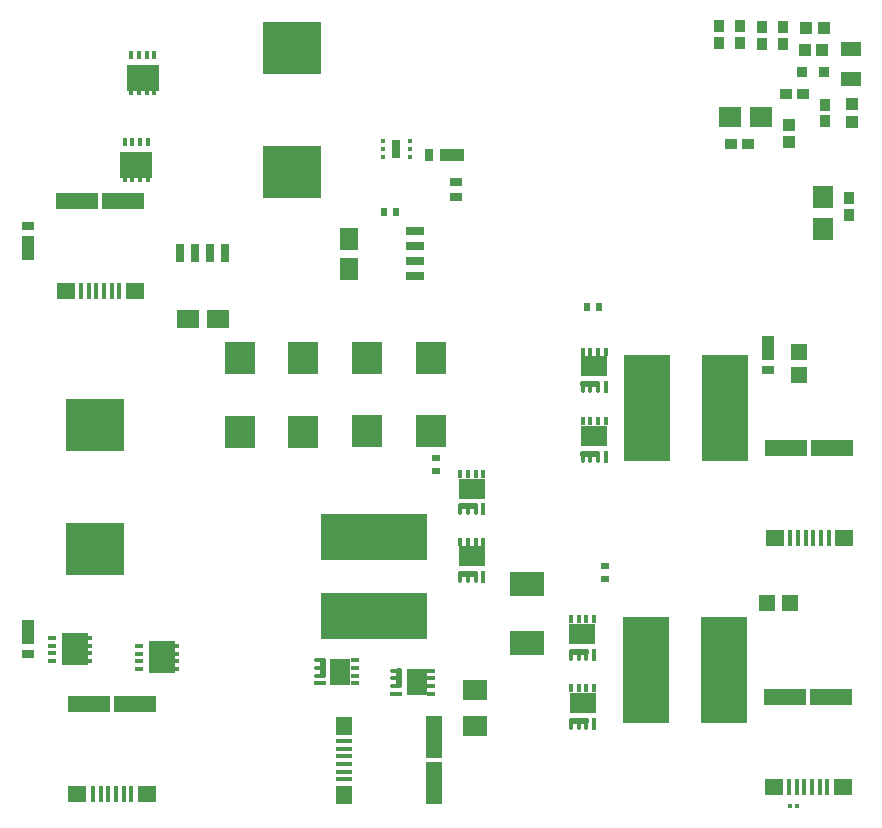
<source format=gbr>
%TF.GenerationSoftware,Altium Limited,Altium Designer,19.1.7 (138)*%
G04 Layer_Color=8421504*
%FSLAX45Y45*%
%MOMM*%
%TF.FileFunction,Paste,Top*%
%TF.Part,Single*%
G01*
G75*
%TA.AperFunction,SMDPad,CuDef*%
%ADD13R,0.45000X0.45000*%
%ADD14R,0.69000X1.60000*%
%ADD15R,0.45000X0.40000*%
%ADD16R,4.00000X9.00000*%
%TA.AperFunction,ConnectorPad*%
%ADD17R,1.10000X2.00000*%
%ADD18R,1.10000X0.80000*%
%TA.AperFunction,SMDPad,CuDef*%
%ADD19R,1.10000X0.80000*%
%ADD20R,1.10000X2.00000*%
%ADD21R,2.00000X1.10000*%
%ADD22R,0.80000X1.10000*%
%ADD23R,0.34000X0.80000*%
%ADD24R,2.29000X1.71000*%
G04:AMPARAMS|DCode=25|XSize=0.34mm|YSize=1mm|CornerRadius=0mm|HoleSize=0mm|Usage=FLASHONLY|Rotation=0.000|XOffset=0mm|YOffset=0mm|HoleType=Round|Shape=Octagon|*
%AMOCTAGOND25*
4,1,8,-0.08500,0.50000,0.08500,0.50000,0.17000,0.41500,0.17000,-0.41500,0.08500,-0.50000,-0.08500,-0.50000,-0.17000,-0.41500,-0.17000,0.41500,-0.08500,0.50000,0.0*
%
%ADD25OCTAGOND25*%

%ADD26R,0.34000X1.00000*%
G04:AMPARAMS|DCode=27|XSize=1.64mm|YSize=0.5mm|CornerRadius=0mm|HoleSize=0mm|Usage=FLASHONLY|Rotation=0.000|XOffset=0mm|YOffset=0mm|HoleType=Round|Shape=Octagon|*
%AMOCTAGOND27*
4,1,8,0.82000,-0.12500,0.82000,0.12500,0.69500,0.25000,-0.69500,0.25000,-0.82000,0.12500,-0.82000,-0.12500,-0.69500,-0.25000,0.69500,-0.25000,0.82000,-0.12500,0.0*
%
%ADD27OCTAGOND27*%

%ADD28R,0.50000X0.70000*%
%ADD29R,0.75000X0.35000*%
%ADD30R,2.20000X2.70000*%
%ADD31R,1.65000X1.42000*%
%ADD32R,0.35000X1.42000*%
%ADD33R,3.60000X1.42000*%
%ADD34R,5.00000X4.50000*%
%ADD35R,1.92000X1.57500*%
%ADD36R,0.65000X1.57500*%
%ADD37R,0.35000X0.75000*%
%ADD38R,2.70000X2.20000*%
%TA.AperFunction,ConnectorPad*%
%ADD39R,5.00000X4.50000*%
%TA.AperFunction,SMDPad,CuDef*%
%ADD40R,1.57500X1.92000*%
%ADD41R,1.57500X0.65000*%
%TA.AperFunction,ConnectorPad*%
%ADD42R,0.95000X1.10000*%
%TA.AperFunction,SMDPad,CuDef*%
%ADD43R,1.10000X0.95000*%
%ADD44R,0.95000X1.10000*%
%ADD45R,1.10000X1.10000*%
%ADD46R,1.10000X1.00000*%
%ADD47R,1.10000X1.10000*%
%ADD48R,0.90000X0.90000*%
%TA.AperFunction,ConnectorPad*%
%ADD49R,1.80000X1.20000*%
%TA.AperFunction,SMDPad,CuDef*%
%ADD50R,1.85000X1.75000*%
%ADD51R,1.75000X1.85000*%
%ADD52R,2.55000X2.77000*%
%ADD53R,0.70000X0.50000*%
%ADD54R,9.00000X4.00000*%
G04:AMPARAMS|DCode=55|XSize=1.64mm|YSize=0.5mm|CornerRadius=0mm|HoleSize=0mm|Usage=FLASHONLY|Rotation=270.000|XOffset=0mm|YOffset=0mm|HoleType=Round|Shape=Octagon|*
%AMOCTAGOND55*
4,1,8,-0.12500,-0.82000,0.12500,-0.82000,0.25000,-0.69500,0.25000,0.69500,0.12500,0.82000,-0.12500,0.82000,-0.25000,0.69500,-0.25000,-0.69500,-0.12500,-0.82000,0.0*
%
%ADD55OCTAGOND55*%

%ADD56R,1.00000X0.34000*%
G04:AMPARAMS|DCode=57|XSize=0.34mm|YSize=1mm|CornerRadius=0mm|HoleSize=0mm|Usage=FLASHONLY|Rotation=270.000|XOffset=0mm|YOffset=0mm|HoleType=Round|Shape=Octagon|*
%AMOCTAGOND57*
4,1,8,0.50000,0.08500,0.50000,-0.08500,0.41500,-0.17000,-0.41500,-0.17000,-0.50000,-0.08500,-0.50000,0.08500,-0.41500,0.17000,0.41500,0.17000,0.50000,0.08500,0.0*
%
%ADD57OCTAGOND57*%

%ADD58R,1.71000X2.29000*%
%ADD59R,0.80000X0.34000*%
%ADD60R,1.42000X1.65000*%
%ADD61R,1.42000X0.35000*%
%ADD62R,1.42000X3.60000*%
%ADD63R,2.00000X1.80000*%
%ADD64R,3.00000X2.10000*%
%ADD65R,1.45000X1.45000*%
%ADD66R,1.45000X1.45000*%
D13*
X6696000Y2335316D02*
D03*
X6634000D02*
D03*
D14*
X3305000Y7895000D02*
D03*
D15*
X3190000Y7960000D02*
D03*
Y7895000D02*
D03*
Y7830000D02*
D03*
X3420000Y7960000D02*
D03*
Y7895000D02*
D03*
Y7830000D02*
D03*
D16*
X6090425Y5705000D02*
D03*
X5425425D02*
D03*
X5415000Y3485000D02*
D03*
X6080000D02*
D03*
D17*
X185000Y7055000D02*
D03*
D18*
Y7245000D02*
D03*
D19*
X182500Y3615000D02*
D03*
X6450000Y6022500D02*
D03*
X3810000Y7485000D02*
D03*
Y7615000D02*
D03*
D20*
X182500Y3805000D02*
D03*
X6450000Y6212500D02*
D03*
D21*
X3775925Y7840000D02*
D03*
D22*
X3585925D02*
D03*
D23*
X4882500Y6180000D02*
D03*
X4947500D02*
D03*
X5012500D02*
D03*
X5077500D02*
D03*
X4042500Y5145000D02*
D03*
X3977500D02*
D03*
X3912500D02*
D03*
X3847500D02*
D03*
X4977500Y3912500D02*
D03*
X4912500D02*
D03*
X4847500D02*
D03*
X4782500D02*
D03*
X4980000Y3330000D02*
D03*
X4915000D02*
D03*
X4850000D02*
D03*
X4785000D02*
D03*
X4882500Y5590000D02*
D03*
X4947500D02*
D03*
X5012500D02*
D03*
X5077500D02*
D03*
X3847500Y4570000D02*
D03*
X3912500D02*
D03*
X3977500D02*
D03*
X4042500D02*
D03*
D24*
X4980000Y6054800D02*
D03*
X3945000Y5019800D02*
D03*
X4880000Y3787300D02*
D03*
X4882500Y3204800D02*
D03*
X4980000Y5464800D02*
D03*
X3945000Y4444800D02*
D03*
D25*
X4882500Y5880000D02*
D03*
X4947500D02*
D03*
X5012500D02*
D03*
X3977500Y4845000D02*
D03*
X3912500D02*
D03*
X3847500D02*
D03*
X4912500Y3612500D02*
D03*
X4847500D02*
D03*
X4782500D02*
D03*
X4915000Y3030000D02*
D03*
X4850000D02*
D03*
X4785000D02*
D03*
X4882500Y5290000D02*
D03*
X4947500D02*
D03*
X5012500D02*
D03*
X3847500Y4270000D02*
D03*
X3912500D02*
D03*
X3977500D02*
D03*
D26*
X5077500Y5880000D02*
D03*
X4042500Y4845000D02*
D03*
X4977500Y3612500D02*
D03*
X4980000Y3030000D02*
D03*
X5077500Y5290000D02*
D03*
X4042500Y4270000D02*
D03*
D27*
X4947500Y5905000D02*
D03*
X3912500Y4870000D02*
D03*
X4847500Y3637500D02*
D03*
X4850000Y3055000D02*
D03*
X4947500Y5315000D02*
D03*
X3912500Y4295000D02*
D03*
D28*
X5025000Y6560000D02*
D03*
X4920000D02*
D03*
X3196639Y7365000D02*
D03*
X3301639D02*
D03*
D29*
X1429500Y3492500D02*
D03*
Y3557500D02*
D03*
Y3622500D02*
D03*
Y3687500D02*
D03*
X1125500Y3492500D02*
D03*
Y3557500D02*
D03*
Y3622500D02*
D03*
Y3687500D02*
D03*
X694925Y3560585D02*
D03*
Y3625585D02*
D03*
Y3690585D02*
D03*
Y3755585D02*
D03*
X390925Y3560585D02*
D03*
Y3625585D02*
D03*
Y3690585D02*
D03*
Y3755585D02*
D03*
D30*
X1317500Y3590000D02*
D03*
X582925Y3658085D02*
D03*
D31*
X1190580Y2435500D02*
D03*
X605580D02*
D03*
X1090580Y6693000D02*
D03*
X505580D02*
D03*
X7085425Y2496255D02*
D03*
X6500425D02*
D03*
X7095850Y4603755D02*
D03*
X6510850D02*
D03*
D32*
X1060580Y2435500D02*
D03*
X995580D02*
D03*
X930580D02*
D03*
X865580D02*
D03*
X800580D02*
D03*
X735580D02*
D03*
X960580Y6693000D02*
D03*
X895580D02*
D03*
X830580D02*
D03*
X765580D02*
D03*
X700580D02*
D03*
X635580D02*
D03*
X6955425Y2496255D02*
D03*
X6890425D02*
D03*
X6825425D02*
D03*
X6760425D02*
D03*
X6695425D02*
D03*
X6630425D02*
D03*
X6965850Y4603755D02*
D03*
X6900851D02*
D03*
X6835850D02*
D03*
X6770851D02*
D03*
X6705850D02*
D03*
X6640851D02*
D03*
D33*
X702500Y3197500D02*
D03*
X1091120D02*
D03*
X602500Y7455000D02*
D03*
X991120D02*
D03*
X6597345Y3258255D02*
D03*
X6985965D02*
D03*
X6607770Y5365755D02*
D03*
X6996390D02*
D03*
D34*
X750000Y5555000D02*
D03*
Y4505000D02*
D03*
D35*
X1540500Y6455000D02*
D03*
X1794500D02*
D03*
D36*
X1858000Y7015000D02*
D03*
X1731000D02*
D03*
X1604000D02*
D03*
X1477000D02*
D03*
D37*
X1005000Y7648000D02*
D03*
X1070000D02*
D03*
X1135000D02*
D03*
X1200000D02*
D03*
X1005000Y7952000D02*
D03*
X1070000D02*
D03*
X1135000D02*
D03*
X1200000D02*
D03*
X1060000Y8388000D02*
D03*
X1125000D02*
D03*
X1190000D02*
D03*
X1255000D02*
D03*
X1060000Y8692000D02*
D03*
X1125000D02*
D03*
X1190000D02*
D03*
X1255000D02*
D03*
D38*
X1102500Y7760000D02*
D03*
X1157500Y8500000D02*
D03*
D39*
X2422500Y7700000D02*
D03*
Y8750000D02*
D03*
D40*
X2901000Y7133000D02*
D03*
Y6879000D02*
D03*
D41*
X3461000Y6815500D02*
D03*
Y6942500D02*
D03*
Y7069500D02*
D03*
Y7196500D02*
D03*
D42*
X6218798Y8792500D02*
D03*
Y8932500D02*
D03*
X6036298Y8792500D02*
D03*
Y8932500D02*
D03*
X6582075Y8787500D02*
D03*
Y8927500D02*
D03*
X6400437Y8787500D02*
D03*
Y8927500D02*
D03*
X7139138Y7480000D02*
D03*
Y7340000D02*
D03*
D43*
X6747500Y8357500D02*
D03*
X6607500D02*
D03*
X6280425Y7937500D02*
D03*
X6140425D02*
D03*
D44*
X6936638Y8270000D02*
D03*
Y8130000D02*
D03*
D45*
X6925000Y8918277D02*
D03*
X6775000D02*
D03*
D46*
X6907500Y8729138D02*
D03*
X6767500D02*
D03*
D47*
X7162500Y8275862D02*
D03*
Y8125862D02*
D03*
X6630788Y7951638D02*
D03*
Y8101638D02*
D03*
D48*
X6742500Y8550000D02*
D03*
X6922500D02*
D03*
D49*
X7155000Y8745000D02*
D03*
Y8485000D02*
D03*
D50*
X6130436Y8162500D02*
D03*
X6395436D02*
D03*
D51*
X6917500Y7220000D02*
D03*
Y7485000D02*
D03*
D52*
X1977500Y6124500D02*
D03*
Y5500500D02*
D03*
X2517925Y6122000D02*
D03*
Y5498000D02*
D03*
X3058351Y6127000D02*
D03*
Y5503000D02*
D03*
X3598776Y6127000D02*
D03*
Y5503000D02*
D03*
D53*
X3642500Y5170000D02*
D03*
Y5275000D02*
D03*
X5072500Y4255000D02*
D03*
Y4360000D02*
D03*
D54*
X3119575Y4610000D02*
D03*
Y3945000D02*
D03*
D55*
X2682500Y3500000D02*
D03*
X3327500Y3412500D02*
D03*
D56*
X2657500Y3370000D02*
D03*
X3302500Y3282500D02*
D03*
D57*
X2657500Y3435000D02*
D03*
Y3500000D02*
D03*
Y3565000D02*
D03*
X3302500Y3347500D02*
D03*
Y3412500D02*
D03*
Y3477500D02*
D03*
D58*
X2832300Y3467500D02*
D03*
X3477300Y3380000D02*
D03*
D59*
X2957500Y3370000D02*
D03*
Y3435000D02*
D03*
Y3500000D02*
D03*
Y3565000D02*
D03*
X3602500Y3282500D02*
D03*
Y3347500D02*
D03*
Y3412500D02*
D03*
Y3477500D02*
D03*
D60*
X2859000Y2427500D02*
D03*
Y3012500D02*
D03*
D61*
Y2557500D02*
D03*
Y2622500D02*
D03*
Y2687500D02*
D03*
Y2752500D02*
D03*
Y2817500D02*
D03*
Y2882500D02*
D03*
D62*
X3621000Y2915580D02*
D03*
Y2526960D02*
D03*
D63*
X3972925Y3007500D02*
D03*
Y3317500D02*
D03*
D64*
X4412500Y3710426D02*
D03*
Y4210426D02*
D03*
D65*
X6636638Y4050000D02*
D03*
X6441638D02*
D03*
D66*
X6715000Y6177500D02*
D03*
Y5982500D02*
D03*
%TF.MD5,2cbc0367a4774e3298a0664446c28141*%
M02*

</source>
